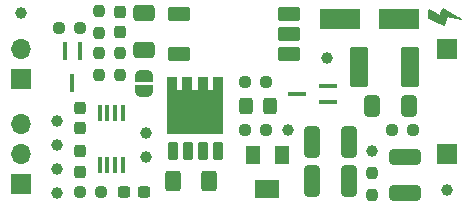
<source format=gts>
G04 #@! TF.GenerationSoftware,KiCad,Pcbnew,6.0.9-8da3e8f707~116~ubuntu22.04.1*
G04 #@! TF.CreationDate,2022-11-27T05:06:29+05:30*
G04 #@! TF.ProjectId,meshy-tron,6d657368-792d-4747-926f-6e2e6b696361,rev?*
G04 #@! TF.SameCoordinates,Original*
G04 #@! TF.FileFunction,Soldermask,Top*
G04 #@! TF.FilePolarity,Negative*
%FSLAX46Y46*%
G04 Gerber Fmt 4.6, Leading zero omitted, Abs format (unit mm)*
G04 Created by KiCad (PCBNEW 6.0.9-8da3e8f707~116~ubuntu22.04.1) date 2022-11-27 05:06:29*
%MOMM*%
%LPD*%
G01*
G04 APERTURE LIST*
G04 Aperture macros list*
%AMRoundRect*
0 Rectangle with rounded corners*
0 $1 Rounding radius*
0 $2 $3 $4 $5 $6 $7 $8 $9 X,Y pos of 4 corners*
0 Add a 4 corners polygon primitive as box body*
4,1,4,$2,$3,$4,$5,$6,$7,$8,$9,$2,$3,0*
0 Add four circle primitives for the rounded corners*
1,1,$1+$1,$2,$3*
1,1,$1+$1,$4,$5*
1,1,$1+$1,$6,$7*
1,1,$1+$1,$8,$9*
0 Add four rect primitives between the rounded corners*
20,1,$1+$1,$2,$3,$4,$5,0*
20,1,$1+$1,$4,$5,$6,$7,0*
20,1,$1+$1,$6,$7,$8,$9,0*
20,1,$1+$1,$8,$9,$2,$3,0*%
%AMFreePoly0*
4,1,17,-1.500000,1.875000,-1.080000,1.875000,-1.080000,2.925000,-0.230000,2.925000,-0.230000,1.875000,0.230000,1.875000,0.230000,2.925000,1.080000,2.925000,1.080000,1.875000,1.500000,1.875000,1.500000,2.925000,2.350000,2.925000,2.350000,-1.875000,-2.350000,-1.875000,-2.350000,2.925000,-1.500000,2.925000,-1.500000,1.875000,-1.500000,1.875000,$1*%
%AMFreePoly1*
4,1,20,0.000000,0.744959,0.073905,0.744508,0.209726,0.703889,0.328688,0.626782,0.421226,0.519385,0.479903,0.390333,0.500000,0.250000,0.500000,-0.250000,0.499851,-0.262216,0.476331,-0.402017,0.414519,-0.529596,0.319384,-0.634700,0.198574,-0.708877,0.061801,-0.746166,0.000000,-0.745033,0.000000,-0.750000,-0.500000,-0.750000,-0.500000,0.750000,0.000000,0.750000,0.000000,0.744959,
0.000000,0.744959,$1*%
%AMFreePoly2*
4,1,22,0.500000,-0.750000,0.000000,-0.750000,0.000000,-0.745033,-0.079941,-0.743568,-0.215256,-0.701293,-0.333266,-0.622738,-0.424486,-0.514219,-0.481581,-0.384460,-0.499164,-0.250000,-0.500000,-0.250000,-0.500000,0.250000,-0.499164,0.250000,-0.499963,0.256109,-0.478152,0.396186,-0.417904,0.524511,-0.324060,0.630769,-0.204165,0.706417,-0.067858,0.745374,0.000000,0.744959,0.000000,0.750000,
0.500000,0.750000,0.500000,-0.750000,0.500000,-0.750000,$1*%
G04 Aperture macros list end*
%ADD10C,0.200000*%
%ADD11R,1.700000X1.700000*%
%ADD12RoundRect,0.237500X-0.237500X0.300000X-0.237500X-0.300000X0.237500X-0.300000X0.237500X0.300000X0*%
%ADD13O,1.700000X1.700000*%
%ADD14RoundRect,0.237500X0.237500X-0.250000X0.237500X0.250000X-0.237500X0.250000X-0.237500X-0.250000X0*%
%ADD15RoundRect,0.191667X0.758333X-0.383333X0.758333X0.383333X-0.758333X0.383333X-0.758333X-0.383333X0*%
%ADD16RoundRect,0.200000X0.750000X-0.400000X0.750000X0.400000X-0.750000X0.400000X-0.750000X-0.400000X0*%
%ADD17RoundRect,0.237500X0.237500X-0.300000X0.237500X0.300000X-0.237500X0.300000X-0.237500X-0.300000X0*%
%ADD18FreePoly0,0.000000*%
%ADD19RoundRect,0.127500X-0.297500X-0.597500X0.297500X-0.597500X0.297500X0.597500X-0.297500X0.597500X0*%
%ADD20R,0.450000X1.450000*%
%ADD21C,1.000000*%
%ADD22R,1.300000X1.600000*%
%ADD23R,2.000000X1.600000*%
%ADD24RoundRect,0.237500X0.250000X0.237500X-0.250000X0.237500X-0.250000X-0.237500X0.250000X-0.237500X0*%
%ADD25RoundRect,0.237500X-0.237500X0.250000X-0.237500X-0.250000X0.237500X-0.250000X0.237500X0.250000X0*%
%ADD26RoundRect,0.250000X1.075000X-0.400000X1.075000X0.400000X-1.075000X0.400000X-1.075000X-0.400000X0*%
%ADD27RoundRect,0.250000X-0.400000X-1.075000X0.400000X-1.075000X0.400000X1.075000X-0.400000X1.075000X0*%
%ADD28RoundRect,0.250000X0.400000X0.625000X-0.400000X0.625000X-0.400000X-0.625000X0.400000X-0.625000X0*%
%ADD29RoundRect,0.237500X-0.250000X-0.237500X0.250000X-0.237500X0.250000X0.237500X-0.250000X0.237500X0*%
%ADD30R,1.500000X0.450000*%
%ADD31R,0.450000X1.500000*%
%ADD32FreePoly1,90.000000*%
%ADD33FreePoly2,90.000000*%
%ADD34RoundRect,0.250000X0.325000X0.450000X-0.325000X0.450000X-0.325000X-0.450000X0.325000X-0.450000X0*%
%ADD35R,3.500000X1.800000*%
%ADD36RoundRect,0.250000X0.412500X0.650000X-0.412500X0.650000X-0.412500X-0.650000X0.412500X-0.650000X0*%
%ADD37RoundRect,0.250000X0.537500X1.450000X-0.537500X1.450000X-0.537500X-1.450000X0.537500X-1.450000X0*%
%ADD38RoundRect,0.237500X-0.300000X-0.237500X0.300000X-0.237500X0.300000X0.237500X-0.300000X0.237500X0*%
%ADD39RoundRect,0.250000X-0.650000X0.412500X-0.650000X-0.412500X0.650000X-0.412500X0.650000X0.412500X0*%
G04 APERTURE END LIST*
D10*
G36*
X145923000Y-31623000D02*
G01*
X146177000Y-31750000D01*
X145034000Y-31496000D01*
X144780000Y-32258000D01*
X143510000Y-31623000D01*
X143510000Y-30988000D01*
X144399000Y-31496000D01*
X144653000Y-30861000D01*
X145923000Y-31623000D01*
G37*
X145923000Y-31623000D02*
X146177000Y-31750000D01*
X145034000Y-31496000D01*
X144780000Y-32258000D01*
X143510000Y-31623000D01*
X143510000Y-30988000D01*
X144399000Y-31496000D01*
X144653000Y-30861000D01*
X145923000Y-31623000D01*
D11*
X145034000Y-43180000D03*
X145034000Y-34290000D03*
D12*
X113919000Y-40994500D03*
X113919000Y-39269500D03*
D11*
X108966000Y-45720000D03*
D13*
X108966000Y-43180000D03*
X108966000Y-40640000D03*
X108966000Y-34295000D03*
D11*
X108966000Y-36835000D03*
D14*
X115570000Y-31091500D03*
X115570000Y-32916500D03*
D15*
X131650000Y-33020000D03*
D16*
X131650000Y-31345000D03*
X131650000Y-34695000D03*
X122350000Y-31345000D03*
X122350000Y-34695000D03*
D17*
X113919000Y-42952500D03*
X113919000Y-44677500D03*
D18*
X123698000Y-39654000D03*
D19*
X121773000Y-42954000D03*
X124353000Y-42954000D03*
X123043000Y-42954000D03*
X125623000Y-42954000D03*
D20*
X115611000Y-44110000D03*
X116261000Y-44110000D03*
X116911000Y-44110000D03*
X117561000Y-44110000D03*
X117561000Y-39710000D03*
X116911000Y-39710000D03*
X116261000Y-39710000D03*
X115611000Y-39710000D03*
D21*
X145034000Y-46228000D03*
X134874000Y-35052000D03*
X108966000Y-31242000D03*
X119507000Y-43434000D03*
X138684000Y-42926000D03*
X119507000Y-41402000D03*
X112014000Y-44450000D03*
X131572000Y-41148000D03*
X112014000Y-42418000D03*
X112014000Y-46482000D03*
X112014000Y-40386000D03*
D22*
X128544000Y-43254000D03*
D23*
X129794000Y-46154000D03*
D22*
X131044000Y-43254000D03*
D24*
X127865500Y-37084000D03*
X129690500Y-37084000D03*
D25*
X138684000Y-46632500D03*
X138684000Y-44807500D03*
D26*
X141478000Y-43408000D03*
X141478000Y-46508000D03*
D27*
X136678000Y-45466000D03*
X133578000Y-45466000D03*
D24*
X127865500Y-41148000D03*
X129690500Y-41148000D03*
D27*
X136678000Y-42164000D03*
X133578000Y-42164000D03*
D24*
X140311500Y-41148000D03*
X142136500Y-41148000D03*
D28*
X121767000Y-45466000D03*
X124867000Y-45466000D03*
D29*
X115720500Y-46355000D03*
X113895500Y-46355000D03*
D25*
X117348000Y-36472500D03*
X117348000Y-34647500D03*
D29*
X113942500Y-32512000D03*
X112117500Y-32512000D03*
D25*
X115570000Y-36472500D03*
X115570000Y-34647500D03*
D30*
X132274000Y-38100000D03*
X134934000Y-37450000D03*
X134934000Y-38750000D03*
D31*
X113284000Y-37144000D03*
X112634000Y-34484000D03*
X113934000Y-34484000D03*
D32*
X119380000Y-36546000D03*
D33*
X119380000Y-37846000D03*
D34*
X128007000Y-39116000D03*
X130057000Y-39116000D03*
D35*
X135930000Y-31750000D03*
X140930000Y-31750000D03*
D36*
X138645500Y-39116000D03*
X141770500Y-39116000D03*
D37*
X137562500Y-35814000D03*
X141837500Y-35814000D03*
D38*
X119353500Y-46355000D03*
X117628500Y-46355000D03*
D39*
X119380000Y-34328500D03*
X119380000Y-31203500D03*
D12*
X117348000Y-32866500D03*
X117348000Y-31141500D03*
M02*

</source>
